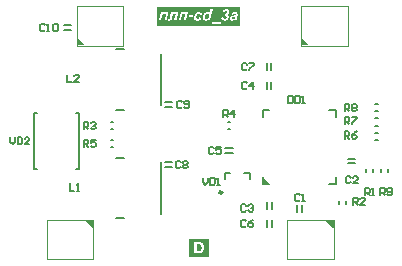
<source format=gto>
G04*
G04 #@! TF.GenerationSoftware,Altium Limited,Altium Designer,20.1.8 (145)*
G04*
G04 Layer_Color=16777215*
%FSTAX43Y43*%
%MOMM*%
G71*
G04*
G04 #@! TF.SameCoordinates,48CEEDD8-FEA7-46FE-8C49-AB3D6DD9764B*
G04*
G04*
G04 #@! TF.FilePolarity,Positive*
G04*
G01*
G75*
%ADD10C,0.250*%
%ADD11C,0.150*%
%ADD12C,0.200*%
%ADD13C,0.100*%
G36*
X0087633Y0094167D02*
Y0093496D01*
X0087604D01*
X0086932Y0094169D01*
X0087632D01*
X0087633Y0094167D01*
D02*
G37*
G36*
X0086912Y0108969D02*
X0086212D01*
X008621Y010897D01*
Y0109641D01*
X0086239D01*
X0086912Y0108969D01*
D02*
G37*
G36*
X0102508Y0097261D02*
X0101958D01*
Y0097811D01*
X0102508Y0097261D01*
D02*
G37*
G36*
X0107968Y0094167D02*
Y0093496D01*
X0107939D01*
X0107267Y0094169D01*
X0107967D01*
X0107968Y0094167D01*
D02*
G37*
G36*
X0105912Y0108969D02*
X0105212D01*
X010521Y010897D01*
Y0109641D01*
X0105239D01*
X0105912Y0108969D01*
D02*
G37*
G36*
X0097462Y0091069D02*
X0095712D01*
Y0092594D01*
X0097462D01*
Y0091069D01*
D02*
G37*
G36*
X0100053Y0110604D02*
X0093012D01*
Y0112234D01*
X0100053D01*
Y0110604D01*
D02*
G37*
%LPC*%
G36*
X0096568Y0092311D02*
X0096185D01*
Y0091351D01*
X0096549D01*
X0096586Y0091353D01*
X0096621Y0091354D01*
X009665Y0091357D01*
X0096673Y0091361D01*
X0096693Y0091365D01*
X0096708Y0091368D01*
X0096712Y0091369D01*
X0096716D01*
X0096718Y0091371D01*
X0096719D01*
X009675Y0091382D01*
X0096777Y0091394D01*
X00968Y0091407D01*
X0096819Y0091419D01*
X0096834Y0091431D01*
X0096845Y0091439D01*
X0096852Y0091444D01*
X0096855Y0091447D01*
X0096879Y0091474D01*
X00969Y0091501D01*
X0096918Y009153D01*
X0096931Y0091557D01*
X0096943Y0091582D01*
X0096948Y0091591D01*
X0096951Y00916D01*
X0096954Y0091608D01*
X0096956Y0091614D01*
X0096958Y0091616D01*
Y0091618D01*
X0096967Y0091651D01*
X0096976Y0091686D01*
X0096981Y0091719D01*
X0096984Y0091751D01*
X0096986Y0091766D01*
X0096987Y009178D01*
Y0091791D01*
X0096988Y0091802D01*
Y0091822D01*
X0096987Y009187D01*
X0096983Y0091913D01*
X0096981Y0091934D01*
X0096979Y0091952D01*
X0096976Y009197D01*
X0096973Y0091985D01*
X0096969Y0091999D01*
X0096966Y0092012D01*
X0096963Y0092023D01*
X0096962Y0092031D01*
X0096959Y0092038D01*
X0096958Y0092043D01*
X0096956Y0092046D01*
Y0092048D01*
X0096944Y0092081D01*
X0096929Y0092111D01*
X0096913Y0092138D01*
X0096898Y009216D01*
X0096886Y0092178D01*
X0096875Y0092192D01*
X0096868Y00922D01*
X0096866Y0092203D01*
X0096865D01*
X0096841Y0092225D01*
X0096818Y0092243D01*
X0096793Y0092258D01*
X0096771Y0092271D01*
X0096751Y0092281D01*
X0096734Y0092288D01*
X0096729Y0092289D01*
X0096725Y009229D01*
X0096722Y0092292D01*
X0096721D01*
X0096694Y0092299D01*
X0096665Y0092303D01*
X0096635Y0092307D01*
X0096606Y0092308D01*
X0096579Y009231D01*
X0096568Y0092311D01*
D02*
G37*
%LPD*%
G36*
X0096524Y0092147D02*
X009654D01*
X0096554Y0092146D01*
X0096567D01*
X0096579Y0092145D01*
X0096589D01*
X0096604Y0092142D01*
X0096615Y0092141D01*
X0096622Y0092139D01*
X0096624D01*
X0096643Y0092134D01*
X009666Y0092127D01*
X0096675Y009212D01*
X0096689Y0092111D01*
X0096698Y0092105D01*
X0096707Y0092099D01*
X0096711Y0092095D01*
X0096712Y0092093D01*
X0096725Y009208D01*
X0096736Y0092064D01*
X0096746Y0092049D01*
X0096754Y0092035D01*
X0096759Y0092021D01*
X0096764Y009201D01*
X0096766Y0092003D01*
X0096768Y0092002D01*
Y0092001D01*
X0096775Y0091976D01*
X009678Y0091949D01*
X0096783Y009192D01*
X0096786Y0091892D01*
X0096787Y0091869D01*
X0096789Y0091858D01*
Y0091848D01*
Y0091841D01*
Y0091835D01*
Y0091831D01*
Y009183D01*
X0096787Y0091791D01*
X0096786Y0091755D01*
X0096782Y0091726D01*
X0096779Y0091701D01*
X0096775Y009168D01*
X0096773Y0091672D01*
X0096771Y0091666D01*
X0096769Y0091661D01*
Y0091657D01*
X0096768Y0091655D01*
Y0091654D01*
X0096759Y0091632D01*
X0096753Y0091612D01*
X0096743Y0091597D01*
X0096736Y0091584D01*
X0096729Y0091575D01*
X0096723Y0091568D01*
X0096719Y0091564D01*
X0096718Y0091562D01*
X0096705Y0091553D01*
X0096693Y0091544D01*
X009668Y0091537D01*
X0096668Y0091532D01*
X0096657Y0091528D01*
X0096649Y0091525D01*
X0096643Y0091522D01*
X009664D01*
X0096625Y0091519D01*
X0096607Y0091518D01*
X0096587Y0091515D01*
X0096568D01*
X009655Y0091514D01*
X0096379D01*
Y0092149D01*
X0096506D01*
X0096524Y0092147D01*
D02*
G37*
%LPC*%
G36*
X0097733Y0112029D02*
X0097547D01*
X0097468Y0111668D01*
X0097454Y0111687D01*
X0097439Y0111705D01*
X0097422Y0111721D01*
X0097404Y0111733D01*
X0097388Y0111744D01*
X009737Y0111753D01*
X0097352Y0111761D01*
X0097335Y0111766D01*
X0097318Y0111771D01*
X0097303Y0111775D01*
X0097289Y0111777D01*
X0097278Y0111779D01*
X0097268D01*
X0097261Y011178D01*
X0097254D01*
X0097225Y0111779D01*
X0097199Y0111775D01*
X0097173Y0111768D01*
X0097149Y0111759D01*
X0097127Y0111748D01*
X0097106Y0111737D01*
X0097087Y0111725D01*
X009707Y0111712D01*
X0097055Y01117D01*
X0097041Y0111687D01*
X0097028Y0111676D01*
X009702Y0111665D01*
X0097012Y0111657D01*
X0097006Y011165D01*
X0097003Y0111646D01*
X0097002Y0111644D01*
X0096985Y0111619D01*
X009697Y0111593D01*
X0096958Y0111567D01*
X0096947Y011154D01*
X0096937Y0111514D01*
X009693Y0111489D01*
X0096923Y0111465D01*
X0096919Y0111443D01*
X0096915Y0111421D01*
X0096912Y0111402D01*
X0096909Y0111385D01*
X0096908Y011137D01*
X0096906Y0111359D01*
D01*
Y0111342D01*
X0096908Y0111316D01*
X0096909Y0111291D01*
X0096912Y0111269D01*
X0096917Y0111248D01*
X0096922Y0111228D01*
X0096927Y011121D01*
X0096934Y0111194D01*
X009694Y011118D01*
X0096947Y0111166D01*
X0096952Y0111155D01*
X0096958Y0111145D01*
X0096963Y0111138D01*
X0096967Y0111133D01*
X009697Y0111128D01*
X0096972Y0111126D01*
X0096973Y0111124D01*
X0096985Y0111112D01*
X0096999Y0111101D01*
X0097013Y011109D01*
X0097028Y0111081D01*
X0097058Y0111069D01*
X0097085Y011106D01*
X009711Y0111055D01*
X009712Y0111054D01*
X009713Y0111052D01*
X0097138Y0111051D01*
X0096906D01*
D01*
X0097541D01*
X0097148D01*
X009717Y0111052D01*
X0097192Y0111054D01*
X009721Y0111058D01*
X0097227Y0111062D01*
X0097241Y0111065D01*
X0097252Y0111069D01*
X0097257Y011107D01*
X009726Y0111072D01*
X0097279Y0111081D01*
X0097297Y0111091D01*
X0097314Y0111103D01*
X0097329Y0111115D01*
X0097342Y0111126D01*
X0097353Y0111134D01*
X0097358Y011114D01*
X0097361Y0111142D01*
X0097346Y0111069D01*
X0097522D01*
X0097733Y0112029D01*
D02*
G37*
G36*
X0096571Y011178D02*
X0096558D01*
X0096517Y0111777D01*
X0096478Y0111771D01*
X0096443Y0111762D01*
X0096413Y0111751D01*
X0096399Y0111746D01*
X0096386Y011174D01*
X0096377Y0111736D01*
X0096367Y0111732D01*
X009636Y0111728D01*
X0096354Y0111725D01*
X0096352Y0111723D01*
X009635Y0111722D01*
X0096317Y0111698D01*
X0096288Y0111672D01*
X0096264Y0111646D01*
X0096245Y0111621D01*
X0096228Y0111597D01*
X0096223Y0111587D01*
X0096217Y0111579D01*
X0096214Y0111572D01*
X0096212Y0111567D01*
X0096209Y0111564D01*
Y0111563D01*
X0096194Y0111524D01*
X0096181Y0111486D01*
X0096173Y011145D01*
X0096167Y0111417D01*
X0096166Y0111402D01*
X0096164Y0111389D01*
X0096163Y0111377D01*
Y0111367D01*
X0096162Y0111359D01*
D01*
D01*
Y0111051D01*
Y0111348D01*
X0096163Y0111323D01*
X0096164Y0111299D01*
X0096169Y0111275D01*
X0096174Y0111255D01*
X009618Y0111235D01*
X0096187Y0111217D01*
X0096194Y0111202D01*
X00962Y0111187D01*
X0096207Y0111174D01*
X0096214Y0111162D01*
X0096221Y0111152D01*
X0096227Y0111145D01*
X0096232Y0111138D01*
X0096237Y0111134D01*
X0096238Y0111131D01*
X0096239Y011113D01*
X0096255Y0111116D01*
X0096271Y0111103D01*
X0096288Y0111094D01*
X0096304Y0111084D01*
X0096322Y0111077D01*
X0096341Y011107D01*
X0096374Y011106D01*
X0096389Y0111058D01*
X0096404Y0111055D01*
X0096417Y0111054D01*
X0096428Y0111052D01*
X0096438Y0111051D01*
X0096162D01*
X009645D01*
X0096472Y0111052D01*
X0096493Y0111054D01*
X0096532Y011106D01*
X0096567Y011107D01*
X0096597Y0111083D01*
X009661Y0111088D01*
X0096621Y0111094D01*
X0096632Y0111099D01*
X009664Y0111103D01*
X0096647Y0111108D01*
X0096651Y011111D01*
X0096654Y0111113D01*
X0096655D01*
X0096687Y011114D01*
X0096714Y0111169D01*
X0096737Y0111199D01*
X0096757Y011123D01*
X009677Y0111256D01*
X0096776Y0111267D01*
X0096782Y0111278D01*
X0096786Y0111287D01*
X0096787Y0111292D01*
X009679Y0111296D01*
Y0111298D01*
X0096607Y0111328D01*
X0096597Y0111305D01*
X0096586Y0111285D01*
X0096575Y0111269D01*
X0096565Y0111255D01*
X0096555Y0111244D01*
X0096547Y0111237D01*
X0096542Y0111231D01*
X009654Y011123D01*
X0096525Y0111219D01*
X009651Y0111212D01*
X0096494Y0111206D01*
X0096482Y0111202D01*
X0096471Y0111199D01*
X0096463Y0111198D01*
X0096454D01*
X0096438Y0111199D01*
X0096424Y0111203D01*
X009641Y0111209D01*
X0096399Y0111214D01*
X009639Y011122D01*
X0096383Y0111226D01*
X0096379Y011123D01*
X0096378Y0111231D01*
X0096368Y0111245D01*
X0096361Y011126D01*
X0096356Y0111275D01*
X0096353Y0111291D01*
X009635Y0111305D01*
X0096349Y0111316D01*
Y0111323D01*
Y0111325D01*
X009635Y0111353D01*
X0096353Y0111379D01*
X0096357Y0111406D01*
X0096361Y0111429D01*
X0096365Y0111449D01*
X009637Y0111464D01*
X0096371Y011147D01*
X0096372Y0111474D01*
X0096374Y0111477D01*
Y0111478D01*
X0096383Y0111507D01*
X0096396Y0111532D01*
X0096407Y0111553D01*
X009642Y0111569D01*
X0096429Y0111583D01*
X0096438Y0111593D01*
X0096445Y0111599D01*
X0096446Y01116D01*
X0096464Y0111614D01*
X0096482Y0111624D01*
X0096499Y0111632D01*
X0096514Y0111636D01*
X0096528Y0111639D01*
X0096537Y0111642D01*
X0096547D01*
X0096564Y011164D01*
X0096579Y0111637D01*
X0096592Y0111632D01*
X0096603Y0111628D01*
X0096612Y0111622D01*
X0096618Y0111617D01*
X0096622Y0111614D01*
X0096623Y0111612D01*
X0096633Y0111601D01*
X0096641Y0111587D01*
X0096647Y0111574D01*
X0096653Y011156D01*
X0096655Y0111546D01*
X0096658Y0111536D01*
X0096659Y0111529D01*
Y0111526D01*
X0096838Y0111544D01*
X0096836Y0111564D01*
X0096831Y0111582D01*
X0096822Y0111615D01*
X0096808Y0111644D01*
X0096793Y0111669D01*
X0096779Y0111689D01*
X0096766Y0111704D01*
X0096762Y0111708D01*
X0096758Y0111712D01*
X0096757Y0111714D01*
X0096755Y0111715D01*
X0096741Y0111726D01*
X0096726Y0111737D01*
X0096693Y0111753D01*
X0096661Y0111765D01*
X0096629Y0111772D01*
X0096601Y0111777D01*
X0096589Y0111779D01*
X0096579D01*
X0096571Y011178D01*
D02*
G37*
G36*
X0096089Y0111506D02*
X0095725D01*
X0095689Y0111324D01*
D01*
X0096089D01*
D01*
X0096053D01*
X0096089Y0111506D01*
D02*
G37*
G36*
X0098887Y0112034D02*
X0098461D01*
X0098874D01*
X0098851Y0112033D01*
X0098828Y011203D01*
X0098806Y0112026D01*
X0098786Y011202D01*
X0098748Y0112006D01*
X0098733Y0111999D01*
X0098718Y0111991D01*
X0098704Y0111983D01*
X0098691Y0111976D01*
X0098682Y0111967D01*
X0098672Y0111962D01*
X0098666Y0111956D01*
X0098661Y0111952D01*
X0098658Y0111949D01*
X0098657Y0111948D01*
X0098636Y0111924D01*
X0098618Y0111898D01*
X0098602Y0111872D01*
X009859Y0111845D01*
X009858Y0111822D01*
X0098576Y0111812D01*
X0098572Y0111804D01*
X0098569Y0111796D01*
X0098568Y011179D01*
X0098566Y0111787D01*
Y0111786D01*
X0098738Y0111753D01*
X0098745Y0111777D01*
X0098754Y0111798D01*
X0098762Y0111816D01*
X009877Y011183D01*
X0098777Y011184D01*
X0098783Y0111848D01*
X0098787Y0111852D01*
X0098788Y0111854D01*
X0098801Y0111863D01*
X0098813Y0111872D01*
X0098826Y0111877D01*
X0098837Y011188D01*
X0098847Y0111883D01*
X0098853Y0111884D01*
X009886D01*
X0098876Y0111883D01*
X009889Y011188D01*
X0098901Y0111876D01*
X0098912Y011187D01*
X0098919Y0111865D01*
X0098926Y0111861D01*
X0098928Y0111858D01*
X009893Y0111857D01*
X0098939Y0111845D01*
X0098946Y0111833D01*
X0098951Y011182D01*
X0098955Y0111809D01*
X0098956Y0111798D01*
X0098957Y011179D01*
Y0111784D01*
Y0111782D01*
X0098956Y0111758D01*
X0098952Y0111737D01*
X0098945Y0111719D01*
X0098938Y0111704D01*
X009893Y0111691D01*
X0098924Y0111683D01*
X0098919Y0111678D01*
X0098917Y0111676D01*
X0098901Y0111664D01*
X0098883Y0111654D01*
X0098865Y0111648D01*
X0098847Y0111643D01*
X009883Y011164D01*
X0098816Y0111639D01*
X0098784D01*
X0098752Y0111483D01*
X0098763Y0111485D01*
X0098773Y0111486D01*
X0098781D01*
X0098802Y0111485D01*
X009882Y0111481D01*
X0098837Y0111475D01*
X0098849Y011147D01*
X009886Y0111463D01*
X0098867Y0111457D01*
X0098873Y0111453D01*
X0098874Y0111452D01*
X0098885Y0111438D01*
X0098894Y0111422D01*
X0098901Y0111407D01*
X0098905Y0111392D01*
X0098908Y0111378D01*
X0098909Y0111367D01*
Y011136D01*
Y0111359D01*
Y0111357D01*
X0098908Y0111334D01*
X0098902Y0111312D01*
X0098895Y0111292D01*
X0098888Y0111277D01*
X009888Y0111263D01*
X0098873Y0111255D01*
X0098867Y0111248D01*
X0098866Y0111246D01*
X0098849Y0111232D01*
X0098831Y0111221D01*
X0098813Y0111214D01*
X0098797Y0111209D01*
X0098781Y0111206D01*
X009877Y0111205D01*
X0098762Y0111203D01*
X0098759D01*
X0098743Y0111205D01*
X0098727Y0111207D01*
X0098713Y0111213D01*
X0098702Y0111219D01*
X0098694Y0111223D01*
X0098687Y0111228D01*
X0098683Y0111231D01*
X0098682Y0111232D01*
X0098672Y0111245D01*
X0098663Y0111262D01*
X0098657Y011128D01*
X0098651Y0111296D01*
X0098647Y0111313D01*
X0098644Y0111327D01*
X0098643Y0111332D01*
X0098641Y0111336D01*
Y0111338D01*
Y0111339D01*
X0098461Y0111317D01*
X0098465Y0111293D01*
X0098469Y0111273D01*
X0098476Y0111252D01*
X0098483Y0111232D01*
X009849Y0111214D01*
X0098498Y0111199D01*
X0098507Y0111184D01*
X0098515Y0111171D01*
X0098523Y0111159D01*
X009853Y0111149D01*
X0098537Y011114D01*
X0098544Y0111133D01*
X009855Y0111127D01*
X0098554Y0111123D01*
X0098555Y0111121D01*
X0098557Y011112D01*
X0098572Y0111108D01*
X0098589Y0111098D01*
X0098605Y0111088D01*
X0098622Y011108D01*
X0098655Y0111067D01*
X0098687Y0111059D01*
X0098701Y0111056D01*
X0098715Y0111055D01*
X0098727Y0111054D01*
X0098737Y0111052D01*
X0098747Y0111051D01*
X0098461D01*
D01*
X0099145D01*
D01*
X0098758D01*
X0098787Y0111052D01*
X0098816Y0111056D01*
X0098842Y0111062D01*
X0098867Y011107D01*
X0098891Y0111079D01*
X0098913Y011109D01*
X0098933Y0111101D01*
X0098951Y0111112D01*
X0098967Y0111123D01*
X0098981Y0111134D01*
X0098994Y0111145D01*
X0099005Y0111153D01*
X0099012Y0111162D01*
X0099019Y0111167D01*
X0099021Y0111171D01*
X0099023Y0111173D01*
X0099037Y0111189D01*
X0099048Y0111206D01*
X0099059Y0111224D01*
X0099067Y0111241D01*
X0099081Y0111274D01*
X0099089Y0111305D01*
X0099092Y0111317D01*
X0099095Y011133D01*
X0099096Y0111341D01*
X0099098Y011135D01*
X0099099Y0111359D01*
Y0111364D01*
Y0111367D01*
Y0111368D01*
X0099098Y0111389D01*
X0099095Y0111409D01*
X0099089Y0111427D01*
X0099085Y0111443D01*
X009908Y0111456D01*
X0099074Y0111467D01*
X0099071Y0111472D01*
X009907Y0111475D01*
X0099057Y0111493D01*
X0099043Y011151D01*
X0099028Y0111524D01*
X0099014Y0111536D01*
X0099Y0111546D01*
X0098989Y0111553D01*
X0098982Y0111557D01*
X0098981Y0111558D01*
X009898D01*
X0099007Y0111571D01*
X0099031Y0111583D01*
X0099052Y0111599D01*
X0099068Y0111614D01*
X0099082Y0111626D01*
X0099092Y0111637D01*
X0099099Y0111644D01*
X00991Y0111647D01*
X0099116Y0111671D01*
X0099127Y0111694D01*
X0099134Y0111716D01*
X0099139Y0111739D01*
X0099142Y0111757D01*
X0099145Y0111771D01*
Y0111783D01*
X0099143Y0111802D01*
X0099142Y011182D01*
X0099134Y0111854D01*
X0099123Y0111884D01*
X009911Y0111909D01*
X0099098Y011193D01*
X0099092Y0111938D01*
X0099086Y0111947D01*
X0099082Y0111952D01*
X0099078Y0111956D01*
X0099077Y0111958D01*
X0099075Y0111959D01*
X0099061Y0111973D01*
X0099046Y0111984D01*
X0099031Y0111994D01*
X0099014Y0112002D01*
X0098981Y0112016D01*
X0098949Y0112024D01*
X009892Y011203D01*
X0098908Y0112031D01*
X0098896Y0112033D01*
X0098887Y0112034D01*
D02*
G37*
G36*
X0095644Y0111765D02*
X0095012D01*
X0094866Y0111069D01*
D01*
X0095291D01*
X0095052D01*
X0095167Y0111618D01*
X0095425D01*
X0095311Y0111069D01*
X0095497D01*
X0095644Y0111765D01*
D02*
G37*
G36*
X0094829D02*
X0094234D01*
X0094152Y0111377D01*
X0094148Y0111359D01*
X0094144Y0111343D01*
X0094141Y0111328D01*
X0094137Y0111316D01*
X009413Y0111293D01*
X0094124Y0111275D01*
X0094119Y0111263D01*
X0094115Y0111255D01*
X0094113Y0111249D01*
X0094112Y0111248D01*
X0094104Y0111238D01*
X0094092Y011123D01*
X0094081Y0111224D01*
X009407Y0111221D01*
X0094061Y0111219D01*
X0094052Y0111217D01*
X0094044D01*
X009402Y0111219D01*
X0094009Y011122D01*
X0093998Y0111221D01*
X009399Y0111223D01*
X0093983Y0111224D01*
D01*
X0093977Y0111226D01*
X0093976D01*
X0093952Y0111098D01*
X0093947Y0111069D01*
X0093973Y0111063D01*
X0093995Y011106D01*
X0094016Y0111058D01*
X0094034Y0111055D01*
X0094048D01*
X0094058Y0111054D01*
X0093947D01*
D01*
X0094829D01*
D01*
X0094066D01*
X0094101Y0111055D01*
X0094131Y011106D01*
X0094158Y0111067D01*
X009418Y0111077D01*
X0094196Y0111085D01*
X0094209Y0111092D01*
X0094216Y0111098D01*
X0094219Y0111099D01*
X0094228Y0111109D01*
X0094238Y0111119D01*
X0094255Y0111142D01*
X0094267Y0111167D01*
X0094278Y0111192D01*
X0094287Y0111214D01*
X0094289Y0111224D01*
X0094292Y0111234D01*
X0094294Y0111241D01*
X0094295Y0111246D01*
X0094296Y0111249D01*
Y011125D01*
X0094374Y0111618D01*
X009461D01*
X0094496Y0111069D01*
X0094682D01*
X0094829Y0111765D01*
D02*
G37*
G36*
X009399D02*
X0093212D01*
X0093357D01*
X0093212Y0111069D01*
X0093498D01*
X0093398D01*
X0093513Y0111618D01*
X0093771D01*
X0093657Y0111069D01*
X0093843D01*
X009399Y0111765D01*
D02*
G37*
G36*
X0099602Y011178D02*
X009959D01*
X0099544Y0111777D01*
X0099503Y0111772D01*
X0099484Y0111768D01*
X0099468Y0111764D01*
X0099451Y0111759D01*
X0099437Y0111754D01*
X0099425Y0111748D01*
X0099414Y0111744D01*
X0099404Y011174D01*
X0099396Y0111736D01*
X009939Y0111733D01*
X0099386Y011173D01*
X0099383Y0111728D01*
X0099382D01*
X0099355Y0111707D01*
X0099332Y0111683D01*
X0099314Y0111658D01*
X0099299Y0111636D01*
X0099288Y0111615D01*
X0099279Y0111599D01*
X0099276Y0111592D01*
X0099275Y0111587D01*
X0099274Y0111585D01*
Y0111583D01*
X0099457Y0111568D01*
X0099461Y0111581D01*
X0099466Y0111592D01*
X0099473Y0111601D01*
X009948Y011161D01*
X0099486Y0111617D01*
X0099491Y0111621D01*
X0099494Y0111624D01*
X0099496Y0111625D01*
X0099508Y0111632D01*
X0099521Y0111637D01*
X0099534Y011164D01*
X0099547Y0111643D01*
X0099558Y0111644D01*
X0099568Y0111646D01*
X0099576D01*
X0099593Y0111644D01*
X0099608Y0111643D01*
X0099619Y0111639D01*
X009963Y0111636D01*
X0099638Y0111632D01*
X0099644Y0111628D01*
X0099647Y0111626D01*
X0099648Y0111625D01*
X0099656Y0111617D01*
X0099662Y0111608D01*
X0099668Y01116D01*
X009967Y0111592D01*
X0099672Y0111585D01*
X0099673Y0111581D01*
Y0111576D01*
Y0111575D01*
Y0111565D01*
X0099672Y0111556D01*
X0099668Y0111535D01*
X0099665Y0111526D01*
X0099662Y011152D01*
X0099661Y0111514D01*
Y0111513D01*
X0099651Y011151D01*
X009964Y0111507D01*
X0099627Y0111504D01*
X0099613Y0111502D01*
X0099584Y0111496D01*
X0099554Y0111493D01*
X0099526Y0111489D01*
X0099514Y0111488D01*
X0099504Y0111486D01*
X0099494D01*
X0099487Y0111485D01*
X0099482D01*
X0099453Y0111482D01*
X0099426Y0111478D01*
X0099403Y0111474D01*
X009938Y0111468D01*
X009936Y0111463D01*
X0099342Y0111457D01*
X0099325Y011145D01*
X0099311Y0111445D01*
X0099299Y0111438D01*
X0099288Y0111432D01*
X0099279Y0111427D01*
X0099272Y0111422D01*
X0099267Y0111418D01*
X0099263Y0111416D01*
X0099261Y0111414D01*
X009926Y0111413D01*
X0099249Y0111402D01*
X009924Y0111389D01*
X0099225Y0111363D01*
X0099214Y0111336D01*
X0099207Y011131D01*
X0099202Y0111288D01*
X00992Y0111278D01*
Y011127D01*
X0099199Y0111263D01*
Y0111253D01*
X0099202Y0111221D01*
X0099207Y0111192D01*
X0099217Y0111167D01*
X0099227Y0111146D01*
X0099236Y0111128D01*
X0099246Y0111116D01*
X0099251Y0111109D01*
X0099254Y0111106D01*
X0099276Y0111088D01*
X00993Y0111074D01*
X0099325Y0111065D01*
X0099347Y0111058D01*
X0099367Y0111054D01*
X0099383Y0111052D01*
X0099389Y0111051D01*
X0099199D01*
D01*
X0099853D01*
Y0111608D01*
X0099851Y0111622D01*
X0099844Y0111647D01*
X0099833Y0111669D01*
X0099821Y0111689D01*
X0099809Y0111705D01*
X0099798Y0111716D01*
X0099791Y0111723D01*
X009979Y0111726D01*
X0099788D01*
X0099776Y0111736D01*
X0099762Y0111744D01*
X009973Y0111758D01*
X0099698Y0111768D01*
X0099665Y0111773D01*
X0099636Y0111777D01*
X0099623Y0111779D01*
X0099612D01*
X0099602Y011178D01*
D02*
G37*
G36*
X00984Y0111069D02*
Y0110923D01*
X0097634D01*
Y0111051D01*
Y0110804D01*
X00984D01*
Y0111069D01*
D02*
G37*
%LPD*%
G36*
X0097299Y011164D02*
X0097317Y0111635D01*
X0097333Y0111626D01*
X0097347Y0111618D01*
X0097358Y011161D01*
X0097367Y0111601D01*
X0097372Y0111596D01*
X0097374Y0111594D01*
X0097388Y0111575D01*
X0097397Y0111556D01*
X0097406Y0111535D01*
X009741Y0111515D01*
X0097413Y0111499D01*
X0097415Y0111485D01*
Y0111479D01*
Y0111475D01*
Y0111474D01*
Y0111472D01*
X0097414Y0111447D01*
X0097411Y0111422D01*
X0097407Y0111399D01*
X0097403Y0111378D01*
X0097397Y011136D01*
X0097393Y0111346D01*
X0097392Y0111341D01*
X009739Y0111336D01*
X0097389Y0111335D01*
Y0111334D01*
X0097378Y0111309D01*
X0097367Y0111287D01*
X0097354Y0111269D01*
X0097343Y0111253D01*
X0097332Y0111242D01*
X0097324Y0111234D01*
X0097318Y0111228D01*
X0097317Y0111227D01*
X00973Y0111216D01*
X0097284Y0111207D01*
X0097267Y0111201D01*
X0097253Y0111196D01*
X0097239Y0111194D01*
X0097229Y0111192D01*
X0097221D01*
X0097202Y0111194D01*
X0097184Y0111199D01*
X0097167Y0111206D01*
X0097153Y0111213D01*
X0097142Y0111221D01*
X0097134Y0111227D01*
X0097128Y0111232D01*
X0097127Y0111234D01*
X0097114Y011125D01*
X0097105Y011127D01*
X0097099Y0111289D01*
X0097094Y0111307D01*
X0097091Y0111324D01*
X0097089Y0111338D01*
Y0111343D01*
Y0111348D01*
Y0111349D01*
Y011135D01*
X0097092Y0111389D01*
X0097098Y0111427D01*
X0097106Y011146D01*
X0097116Y0111489D01*
X0097121Y0111503D01*
X0097125Y0111514D01*
X009713Y0111524D01*
X0097134Y0111533D01*
X0097138Y0111539D01*
X0097139Y0111544D01*
X0097142Y0111547D01*
Y0111549D01*
X0097153Y0111565D01*
X0097163Y0111579D01*
X0097175Y0111592D01*
X0097186Y0111603D01*
X0097198Y0111611D01*
X0097209Y0111619D01*
X0097231Y011163D01*
X009725Y0111636D01*
X0097266Y011164D01*
X0097271Y0111642D01*
X0097279D01*
X0097299Y011164D01*
D02*
G37*
G36*
X009963Y0111367D02*
X0099625Y0111343D01*
X0099619Y0111323D01*
X0099613Y0111305D01*
X0099608Y0111291D01*
X0099604Y011128D01*
X00996Y0111273D01*
X0099598Y0111267D01*
X0099597Y0111266D01*
X009959Y0111253D01*
X009958Y0111244D01*
X009957Y0111234D01*
X0099562Y0111227D01*
X0099554Y011122D01*
X0099547Y0111216D01*
X0099541Y0111213D01*
X009954Y0111212D01*
X0099526Y0111205D01*
X0099512Y0111201D01*
X0099498Y0111196D01*
X0099486Y0111195D01*
X0099476Y0111194D01*
X0099468Y0111192D01*
X0099461D01*
X0099447Y0111194D01*
X0099435Y0111196D01*
X0099423Y0111199D01*
X0099415Y0111203D01*
X0099408Y0111207D01*
X0099403Y0111212D01*
X00994Y0111213D01*
X0099398Y0111214D01*
X009939Y0111223D01*
X0099385Y0111232D01*
X009938Y0111242D01*
X0099378Y011125D01*
X0099376Y0111259D01*
X0099375Y0111264D01*
Y0111269D01*
Y011127D01*
X0099376Y0111284D01*
X0099379Y0111296D01*
X0099385Y0111307D01*
X009939Y0111317D01*
X0099396Y0111324D01*
X0099401Y011133D01*
X0099404Y0111332D01*
X0099405Y0111334D01*
X0099415Y0111339D01*
X0099426Y0111345D01*
X0099439Y011135D01*
X0099453Y0111356D01*
X0099483Y0111364D01*
X0099514Y0111371D01*
X0099543Y0111377D01*
X0099555Y0111379D01*
X0099568Y0111381D01*
X0099576Y0111382D01*
X0099584D01*
X0099588Y0111384D01*
X009959D01*
X0099609Y0111386D01*
X0099623Y0111391D01*
X0099629Y0111392D01*
X0099633D01*
X0099634Y0111393D01*
X0099636D01*
X009963Y0111367D01*
D02*
G37*
G36*
X0099853Y0111051D02*
X0099397D01*
X0099418Y0111052D01*
X0099437Y0111055D01*
X0099455Y0111059D01*
X0099472Y0111063D01*
X0099486Y0111067D01*
X0099496Y0111072D01*
X0099503Y0111074D01*
X0099505Y0111076D01*
X0099525Y0111085D01*
X0099543Y0111098D01*
X0099559Y0111109D01*
X0099573Y011112D01*
X0099584Y0111131D01*
X0099594Y011114D01*
X00996Y0111145D01*
X0099601Y0111146D01*
X0099604Y0111117D01*
X0099607Y0111105D01*
X0099608Y0111092D01*
X0099611Y0111083D01*
X0099613Y0111076D01*
X0099615Y011107D01*
Y0111069D01*
X0099797D01*
X0099791Y0111088D01*
X0099788Y0111108D01*
X0099785Y0111124D01*
X0099783Y0111138D01*
Y0111151D01*
X0099781Y0111159D01*
Y0111166D01*
Y0111167D01*
Y0111177D01*
X0099783Y0111189D01*
X0099785Y0111216D01*
X009979Y0111244D01*
X0099795Y0111273D01*
X0099799Y0111299D01*
X0099802Y011131D01*
X0099803Y0111321D01*
X0099805Y011133D01*
X0099806Y0111335D01*
X0099808Y0111339D01*
Y0111341D01*
X0099813Y0111367D01*
X0099819Y0111392D01*
X0099824Y0111414D01*
X0099828Y0111434D01*
X0099831Y011145D01*
X0099834Y0111465D01*
X0099837Y0111479D01*
X009984Y011149D01*
X0099841Y01115D01*
X0099844Y0111507D01*
Y0111514D01*
X0099845Y0111518D01*
X0099846Y0111525D01*
Y0111526D01*
X0099851Y0111553D01*
X0099852Y0111564D01*
Y0111574D01*
X0099853Y0111582D01*
Y0111051D01*
D02*
G37*
D10*
X0098537Y0096519D02*
G03*
X0098537Y0096519I-0000125J0D01*
G01*
D11*
X0109206Y0098972D02*
X0109806D01*
X0109206Y0099372D02*
X0109806D01*
X0102312Y0106837D02*
Y0107437D01*
X0102712Y0106837D02*
Y0107437D01*
X0102312Y0105262D02*
Y0105862D01*
X0102712Y0105262D02*
Y0105862D01*
X0102353Y0093594D02*
Y0094194D01*
X0102753Y0093594D02*
Y0094194D01*
X0102353Y0095094D02*
Y0095694D01*
X0102753Y0095094D02*
Y0095694D01*
X0085112Y0110669D02*
X0085712D01*
X0085112Y0110269D02*
X0085712D01*
X0100412Y0098144D02*
X0100862D01*
Y0097644D02*
Y0098144D01*
X0098762D02*
X0099212D01*
X0098762Y0097644D02*
Y0098144D01*
X0098812Y0100269D02*
X0099412D01*
X0098812Y0099869D02*
X0099412D01*
X0105312Y0094869D02*
Y0095469D01*
X0104912Y0094869D02*
Y0095469D01*
X0101958Y0097261D02*
X0102508D01*
X0101958Y0102911D02*
Y0103461D01*
X0102508D01*
X0107608D02*
X0108158D01*
Y0102911D02*
Y0103461D01*
Y0097261D02*
Y0097811D01*
X0107608Y0097261D02*
X0108158D01*
X0101958D02*
Y0097811D01*
X0093362Y0103869D02*
Y0108269D01*
X0089562Y0108619D02*
X0090262D01*
X0089562Y0103519D02*
X0090262D01*
X0093362Y0094669D02*
Y0099069D01*
X0089562Y0099419D02*
X0090262D01*
X0089562Y0094319D02*
X0090262D01*
X0093712Y0103769D02*
X0094312D01*
X0093712Y0104169D02*
X0094312D01*
X0093712Y0099069D02*
X0094312D01*
X0093712Y0098669D02*
X0094312D01*
X0104112Y0104669D02*
Y0104069D01*
X0104412D01*
X0104512Y0104169D01*
Y0104569D01*
X0104412Y0104669D01*
X0104112D01*
X0104712D02*
Y0104069D01*
X0105012D01*
X0105111Y0104169D01*
Y0104569D01*
X0105012Y0104669D01*
X0104712D01*
X0105311Y0104069D02*
X0105511D01*
X0105411D01*
Y0104669D01*
X0105311Y0104569D01*
X0111912Y0096269D02*
Y0096869D01*
X0112212D01*
X0112312Y0096769D01*
Y0096569D01*
X0112212Y0096469D01*
X0111912D01*
X0112112D02*
X0112312Y0096269D01*
X0112512Y0096369D02*
X0112612Y0096269D01*
X0112812D01*
X0112911Y0096369D01*
Y0096769D01*
X0112812Y0096869D01*
X0112612D01*
X0112512Y0096769D01*
Y0096669D01*
X0112612Y0096569D01*
X0112911D01*
X0105112Y0096269D02*
X0105012Y0096369D01*
X0104812D01*
X0104712Y0096269D01*
Y0095869D01*
X0104812Y0095769D01*
X0105012D01*
X0105112Y0095869D01*
X0105312Y0095769D02*
X0105512D01*
X0105412D01*
Y0096369D01*
X0105312Y0096269D01*
X0109406Y0097772D02*
X0109306Y0097872D01*
X0109106D01*
X0109006Y0097772D01*
Y0097372D01*
X0109106Y0097272D01*
X0109306D01*
X0109406Y0097372D01*
X0110005Y0097272D02*
X0109606D01*
X0110005Y0097672D01*
Y0097772D01*
X0109905Y0097872D01*
X0109706D01*
X0109606Y0097772D01*
X0100553Y0095394D02*
X0100453Y0095494D01*
X0100253D01*
X0100153Y0095394D01*
Y0094994D01*
X0100253Y0094894D01*
X0100453D01*
X0100553Y0094994D01*
X0100753Y0095394D02*
X0100853Y0095494D01*
X0101053D01*
X0101153Y0095394D01*
Y0095294D01*
X0101053Y0095194D01*
X0100953D01*
X0101053D01*
X0101153Y0095094D01*
Y0094994D01*
X0101053Y0094894D01*
X0100853D01*
X0100753Y0094994D01*
X0100612Y0105762D02*
X0100512Y0105862D01*
X0100312D01*
X0100212Y0105762D01*
Y0105362D01*
X0100312Y0105262D01*
X0100512D01*
X0100612Y0105362D01*
X0101112Y0105262D02*
Y0105862D01*
X0100812Y0105562D01*
X0101211D01*
X0097812Y0100269D02*
X0097712Y0100369D01*
X0097512D01*
X0097412Y0100269D01*
Y0099869D01*
X0097512Y0099769D01*
X0097712D01*
X0097812Y0099869D01*
X0098411Y0100369D02*
X0098012D01*
Y0100069D01*
X0098212Y0100169D01*
X0098312D01*
X0098411Y0100069D01*
Y0099869D01*
X0098312Y0099769D01*
X0098112D01*
X0098012Y0099869D01*
X0100553Y0094094D02*
X0100453Y0094194D01*
X0100253D01*
X0100153Y0094094D01*
Y0093694D01*
X0100253Y0093594D01*
X0100453D01*
X0100553Y0093694D01*
X0101153Y0094194D02*
X0100953Y0094094D01*
X0100753Y0093894D01*
Y0093694D01*
X0100853Y0093594D01*
X0101053D01*
X0101153Y0093694D01*
Y0093794D01*
X0101053Y0093894D01*
X0100753D01*
X0100612Y0107337D02*
X0100512Y0107437D01*
X0100312D01*
X0100212Y0107337D01*
Y0106937D01*
X0100312Y0106837D01*
X0100512D01*
X0100612Y0106937D01*
X0100812Y0107437D02*
X0101211D01*
Y0107337D01*
X0100812Y0106937D01*
Y0106837D01*
X0095012Y0099069D02*
X0094912Y0099169D01*
X0094712D01*
X0094612Y0099069D01*
Y0098669D01*
X0094712Y0098569D01*
X0094912D01*
X0095012Y0098669D01*
X0095212Y0099069D02*
X0095312Y0099169D01*
X0095512D01*
X0095611Y0099069D01*
Y0098969D01*
X0095512Y0098869D01*
X0095611Y0098769D01*
Y0098669D01*
X0095512Y0098569D01*
X0095312D01*
X0095212Y0098669D01*
Y0098769D01*
X0095312Y0098869D01*
X0095212Y0098969D01*
Y0099069D01*
X0095312Y0098869D02*
X0095512D01*
X0095112Y0104169D02*
X0095012Y0104269D01*
X0094812D01*
X0094712Y0104169D01*
Y0103769D01*
X0094812Y0103669D01*
X0095012D01*
X0095112Y0103769D01*
X0095312D02*
X0095412Y0103669D01*
X0095612D01*
X0095711Y0103769D01*
Y0104169D01*
X0095612Y0104269D01*
X0095412D01*
X0095312Y0104169D01*
Y0104069D01*
X0095412Y0103969D01*
X0095711D01*
X0083512Y0110669D02*
X0083412Y0110769D01*
X0083212D01*
X0083112Y0110669D01*
Y0110269D01*
X0083212Y0110169D01*
X0083412D01*
X0083512Y0110269D01*
X0083712Y0110169D02*
X0083912D01*
X0083812D01*
Y0110769D01*
X0083712Y0110669D01*
X0084211D02*
X0084311Y0110769D01*
X0084511D01*
X0084611Y0110669D01*
Y0110269D01*
X0084511Y0110169D01*
X0084311D01*
X0084211Y0110269D01*
Y0110669D01*
X0085612Y0097269D02*
Y0096669D01*
X0086012D01*
X0086212D02*
X0086412D01*
X0086312D01*
Y0097269D01*
X0086212Y0097169D01*
X0085412Y0106469D02*
Y0105869D01*
X0085812D01*
X0086411D02*
X0086012D01*
X0086411Y0106269D01*
Y0106369D01*
X0086312Y0106469D01*
X0086112D01*
X0086012Y0106369D01*
X0096912Y0097769D02*
Y0097369D01*
X0097112Y0097169D01*
X0097312Y0097369D01*
Y0097769D01*
X0097512D02*
Y0097169D01*
X0097812D01*
X0097911Y0097269D01*
Y0097669D01*
X0097812Y0097769D01*
X0097512D01*
X0098111Y0097169D02*
X0098311D01*
X0098211D01*
Y0097769D01*
X0098111Y0097669D01*
X0080612Y0101169D02*
Y0100769D01*
X0080812Y0100569D01*
X0081012Y0100769D01*
Y0101169D01*
X0081212D02*
Y0100569D01*
X0081512D01*
X0081611Y0100669D01*
Y0101069D01*
X0081512Y0101169D01*
X0081212D01*
X0082211Y0100569D02*
X0081811D01*
X0082211Y0100969D01*
Y0101069D01*
X0082111Y0101169D01*
X0081911D01*
X0081811Y0101069D01*
X0110612Y0096269D02*
Y0096869D01*
X0110912D01*
X0111012Y0096769D01*
Y0096569D01*
X0110912Y0096469D01*
X0110612D01*
X0110812D02*
X0111012Y0096269D01*
X0111212D02*
X0111412D01*
X0111312D01*
Y0096869D01*
X0111212Y0096769D01*
X0109612Y0095469D02*
Y0096069D01*
X0109912D01*
X0110012Y0095969D01*
Y0095769D01*
X0109912Y0095669D01*
X0109612D01*
X0109812D02*
X0110012Y0095469D01*
X0110611D02*
X0110212D01*
X0110611Y0095869D01*
Y0095969D01*
X0110512Y0096069D01*
X0110312D01*
X0110212Y0095969D01*
X0086812Y0101869D02*
Y0102469D01*
X0087112D01*
X0087212Y0102369D01*
Y0102169D01*
X0087112Y0102069D01*
X0086812D01*
X0087012D02*
X0087212Y0101869D01*
X0087412Y0102369D02*
X0087512Y0102469D01*
X0087712D01*
X0087811Y0102369D01*
Y0102269D01*
X0087712Y0102169D01*
X0087612D01*
X0087712D01*
X0087811Y0102069D01*
Y0101969D01*
X0087712Y0101869D01*
X0087512D01*
X0087412Y0101969D01*
X0098637Y0102869D02*
Y0103469D01*
X0098937D01*
X0099037Y0103369D01*
Y0103169D01*
X0098937Y0103069D01*
X0098637D01*
X0098837D02*
X0099037Y0102869D01*
X0099537D02*
Y0103469D01*
X0099237Y0103169D01*
X0099636D01*
X0086812Y0100369D02*
Y0100969D01*
X0087112D01*
X0087212Y0100869D01*
Y0100669D01*
X0087112Y0100569D01*
X0086812D01*
X0087012D02*
X0087212Y0100369D01*
X0087811Y0100969D02*
X0087412D01*
Y0100669D01*
X0087612Y0100769D01*
X0087712D01*
X0087811Y0100669D01*
Y0100469D01*
X0087712Y0100369D01*
X0087512D01*
X0087412Y0100469D01*
X0108912Y0101069D02*
Y0101669D01*
X0109212D01*
X0109312Y0101569D01*
Y0101369D01*
X0109212Y0101269D01*
X0108912D01*
X0109112D02*
X0109312Y0101069D01*
X0109911Y0101669D02*
X0109712Y0101569D01*
X0109512Y0101369D01*
Y0101169D01*
X0109612Y0101069D01*
X0109812D01*
X0109911Y0101169D01*
Y0101269D01*
X0109812Y0101369D01*
X0109512D01*
X0108912Y0102269D02*
Y0102869D01*
X0109212D01*
X0109312Y0102769D01*
Y0102569D01*
X0109212Y0102469D01*
X0108912D01*
X0109112D02*
X0109312Y0102269D01*
X0109512Y0102869D02*
X0109911D01*
Y0102769D01*
X0109512Y0102369D01*
Y0102269D01*
X0108912Y0103369D02*
Y0103969D01*
X0109212D01*
X0109312Y0103869D01*
Y0103669D01*
X0109212Y0103569D01*
X0108912D01*
X0109112D02*
X0109312Y0103369D01*
X0109512Y0103869D02*
X0109612Y0103969D01*
X0109812D01*
X0109911Y0103869D01*
Y0103769D01*
X0109812Y0103669D01*
X0109911Y0103569D01*
Y0103469D01*
X0109812Y0103369D01*
X0109612D01*
X0109512Y0103469D01*
Y0103569D01*
X0109612Y0103669D01*
X0109512Y0103769D01*
Y0103869D01*
X0109612Y0103669D02*
X0109812D01*
D12*
X0089112Y0100969D02*
X0089312D01*
X0089112Y0100369D02*
X0089312D01*
X0089112Y0102469D02*
X0089312D01*
X0089112Y0101869D02*
X0089312D01*
X0111312Y0098269D02*
Y0098469D01*
X0110712Y0098269D02*
Y0098469D01*
X0111512Y0103969D02*
X0111712D01*
X0111512Y0103369D02*
X0111712D01*
X0111512Y0101569D02*
X0111712D01*
X0111512Y0100969D02*
X0111712D01*
X0099012Y0101869D02*
X0099212D01*
X0099012Y0102469D02*
X0099212D01*
X0112012Y0098269D02*
Y0098469D01*
X0112612Y0098269D02*
Y0098469D01*
X0109012Y0095569D02*
Y0095769D01*
X0108412Y0095569D02*
Y0095769D01*
X0082612Y0098519D02*
Y0103219D01*
X0086412Y0098519D02*
Y0103219D01*
X0082612Y0098519D02*
X0082862D01*
X0082612Y0103219D02*
X0082862D01*
X0086162Y0098519D02*
X0086412D01*
X0086162Y0103219D02*
X0086412D01*
X0111512Y0102169D02*
X0111712D01*
X0111512Y0102769D02*
X0111712D01*
D13*
X0105212Y0108944D02*
X0109166D01*
Y0112269D01*
X0105212Y0108944D02*
Y0112269D01*
X0109166Y0112269D01*
X0104013Y0094194D02*
X0107967D01*
X0104013Y0090869D02*
Y0094194D01*
X0107967Y0090868D02*
Y0094194D01*
X0104013Y0090869D02*
X0107967Y0090868D01*
X0086212Y0108944D02*
X0090166D01*
Y0112269D01*
X0086212Y0108944D02*
Y0112269D01*
X0090166Y0112269D01*
X0083678Y0094194D02*
X0087632D01*
X0083678Y0090869D02*
Y0094194D01*
X0087632Y0090868D02*
Y0094194D01*
X0083678Y0090869D02*
X0087632Y0090868D01*
M02*

</source>
